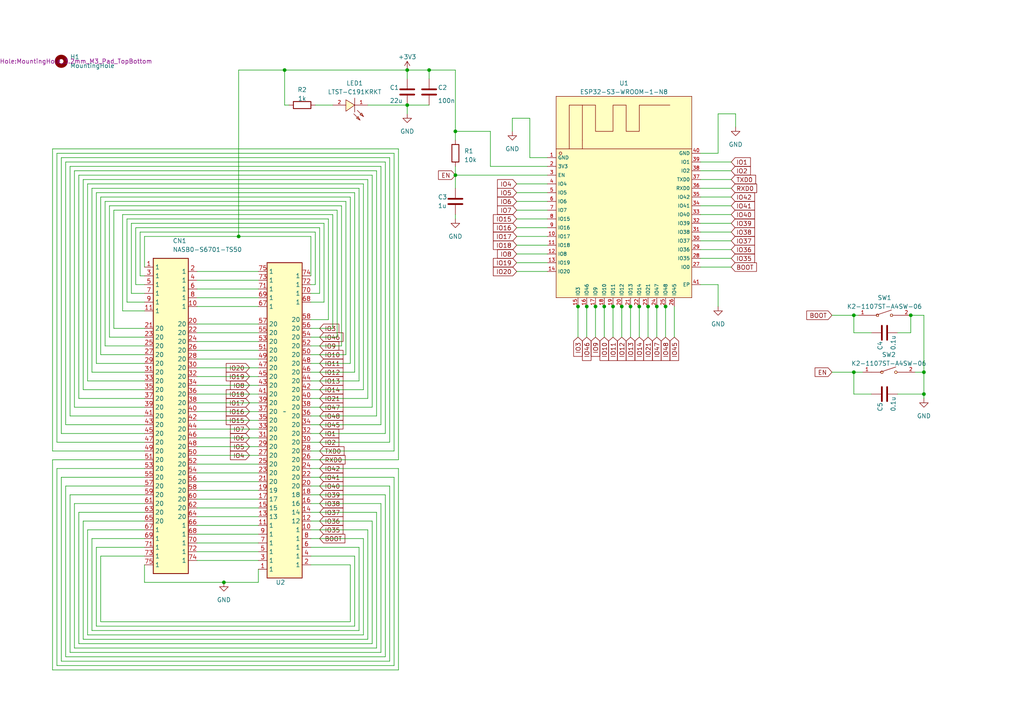
<source format=kicad_sch>
(kicad_sch (version 20230121) (generator eeschema)
  (paper "A4")
  (lib_symbols
    (symbol "Device:C" (pin_numbers hide) (pin_names (offset 0.254))
      (property "Reference" "C" (at 0.635 2.54 0))
      (property "Value" "C" (at 0.635 -2.54 0))
      (symbol "C_0_1"
        (polyline (pts (xy -2.032 -0.762) (xy 2.032 -0.762)) (stroke (width 0.508)))
        (polyline (pts (xy -2.032 0.762) (xy 2.032 0.762)) (stroke (width 0.508)))
      )
      (symbol "C_1_1"
        (pin passive line (at 0 3.81 270) (length 2.794) (name "~") (number "1"))
        (pin passive line (at 0 -3.81 90) (length 2.794) (name "~") (number "2"))
      )
    )
    (symbol "Device:R" (pin_numbers hide) (pin_names (offset 0))
      (property "Reference" "R" (at 2.032 0 90))
      (property "Value" "R" (at 0 0 90))
      (symbol "R_0_1"
        (rectangle (start -1.016 -2.54) (end 1.016 2.54) (stroke (width 0.254)))
      )
      (symbol "R_1_1"
        (pin passive line (at 0 3.81 270) (length 1.27) (name "~") (number "1"))
        (pin passive line (at 0 -3.81 90) (length 1.27) (name "~") (number "2"))
      )
    )
    (symbol "JLC:LTST-C191KRKT" (pin_names hide)
      (property "Reference" "LED" (at 0 1.27 0))
      (property "Value" "LTST-C191KRKT" (at 0 -2.54 0))
      (symbol "LTST-C191KRKT_0_1"
        (polyline (pts (xy -2.032 1.524) (xy -3.81 3.302)))
        (polyline (pts (xy -1.27 2.032) (xy -1.27 -2.032)))
        (polyline (pts (xy -1.016 2.54) (xy -2.794 4.318)))
        (polyline (pts (xy -3.81 3.302) (xy -2.794 2.794) (xy -3.302 2.286) (xy -3.81 3.302)) (fill (type background)))
        (polyline (pts (xy -2.794 4.318) (xy -1.778 3.81) (xy -2.286 3.302) (xy -2.794 4.318)) (fill (type background)))
        (polyline (pts (xy 1.27 -1.524) (xy -1.27 0) (xy 1.27 1.778) (xy 1.27 -1.524)) (fill (type background)))
        (pin unspecified line (at -5.08 0 0) (length 3.81) (name "-") (number "1"))
        (pin unspecified line (at 5.08 0 180) (length 3.81) (name "+") (number "2"))
      )
    )
    (symbol "JLC_parts:ESP32-S3-WROOM-1-N8"
      (property "Reference" "U" (at 0 1.27 0))
      (property "Value" "ESP32-S3-WROOM-1-N8" (at 0 -2.54 0))
      (symbol "ESP32-S3-WROOM-1-N8_0_1"
        (rectangle (start -20.32 30.4801) (end 19.05 -27.9401) (fill (type background)))
        (circle (center -19.05 13.97) (radius 0.381) (fill (type background)))
        (polyline (pts (xy -20.32 15.24) (xy 19.05 15.24)))
        (polyline (pts (xy -12.7 17.78) (xy -12.7 15.24)))
        (polyline (pts (xy -12.7 17.78) (xy -12.7 27.9401)))
        (polyline (pts (xy -16.51 15.24) (xy -16.51 27.9401) (xy -8.89 27.9401) (xy -8.89 20.32) (xy -3.81 20.32) (xy -3.81 27.9401) (xy 0 27.9401) (xy 0 20.32) (xy 3.81 20.32) (xy 3.81 27.9401) (xy 12.7 27.9401)))
        (pin unspecified line (at -22.86 12.7 0) (length 2.54) (name "GND") (number "1"))
        (pin unspecified line (at -22.86 -10.16 0) (length 2.54) (name "IO17") (number "10"))
        (pin unspecified line (at -22.86 -12.7 0) (length 2.54) (name "IO18") (number "11"))
        (pin unspecified line (at -22.86 -15.24 0) (length 2.54) (name "IO8") (number "12"))
        (pin unspecified line (at -22.86 -17.78 0) (length 2.54) (name "IO19") (number "13"))
        (pin unspecified line (at -22.86 -20.32 0) (length 2.54) (name "IO20") (number "14"))
        (pin unspecified line (at -13.97 -30.4801 90) (length 2.54) (name "IO3") (number "15"))
        (pin unspecified line (at -11.43 -30.4801 90) (length 2.54) (name "IO46") (number "16"))
        (pin unspecified line (at -8.89 -30.4801 90) (length 2.54) (name "IO9") (number "17"))
        (pin unspecified line (at -6.35 -30.4801 90) (length 2.54) (name "IO10") (number "18"))
        (pin unspecified line (at -3.81 -30.4801 90) (length 2.54) (name "IO11") (number "19"))
        (pin unspecified line (at -22.86 10.16 0) (length 2.54) (name "3V3") (number "2"))
        (pin unspecified line (at -1.27 -30.4801 90) (length 2.54) (name "IO12") (number "20"))
        (pin unspecified line (at 1.27 -30.4801 90) (length 2.54) (name "IO13") (number "21"))
        (pin unspecified line (at 3.81 -30.4801 90) (length 2.54) (name "IO14") (number "22"))
        (pin unspecified line (at 6.35 -30.4801 90) (length 2.54) (name "IO21") (number "23"))
        (pin unspecified line (at 8.89 -30.4801 90) (length 2.54) (name "IO47") (number "24"))
        (pin unspecified line (at 11.43 -30.4801 90) (length 2.54) (name "IO48") (number "25"))
        (pin unspecified line (at 13.97 -30.4801 90) (length 2.54) (name "IO45") (number "26"))
        (pin unspecified line (at 21.59 -19.05 180) (length 2.54) (name "IO0") (number "27"))
        (pin unspecified line (at 21.59 -16.51 180) (length 2.54) (name "IO35") (number "28"))
        (pin unspecified line (at 21.59 -13.97 180) (length 2.54) (name "IO36") (number "29"))
        (pin unspecified line (at -22.86 7.62 0) (length 2.54) (name "EN") (number "3"))
        (pin unspecified line (at 21.59 -11.43 180) (length 2.54) (name "IO37") (number "30"))
        (pin unspecified line (at 21.59 -8.89 180) (length 2.54) (name "IO38") (number "31"))
        (pin unspecified line (at 21.59 -6.35 180) (length 2.54) (name "IO39") (number "32"))
        (pin unspecified line (at 21.59 -3.81 180) (length 2.54) (name "IO40") (number "33"))
        (pin unspecified line (at 21.59 -1.27 180) (length 2.54) (name "IO41") (number "34"))
        (pin unspecified line (at 21.59 1.27 180) (length 2.54) (name "IO42") (number "35"))
        (pin unspecified line (at 21.59 3.81 180) (length 2.54) (name "RXD0") (number "36"))
        (pin unspecified line (at 21.59 6.35 180) (length 2.54) (name "TXD0") (number "37"))
        (pin unspecified line (at 21.59 8.89 180) (length 2.54) (name "IO2") (number "38"))
        (pin unspecified line (at 21.59 11.43 180) (length 2.54) (name "IO1") (number "39"))
        (pin unspecified line (at -22.86 5.08 0) (length 2.54) (name "IO4") (number "4"))
        (pin unspecified line (at 21.59 13.97 180) (length 2.54) (name "GND") (number "40"))
        (pin unspecified line (at 21.59 -24.13 180) (length 2.54) (name "EP") (number "41"))
        (pin unspecified line (at -22.86 2.54 0) (length 2.54) (name "IO5") (number "5"))
        (pin unspecified line (at -22.86 0 0) (length 2.54) (name "IO6") (number "6"))
        (pin unspecified line (at -22.86 -2.54 0) (length 2.54) (name "IO7") (number "7"))
        (pin unspecified line (at -22.86 -5.08 0) (length 2.54) (name "IO15") (number "8"))
        (pin unspecified line (at -22.86 -7.62 0) (length 2.54) (name "IO16") (number "9"))
      )
    )
    (symbol "JLC_parts:K2-1107ST-A4SW-06" (pin_names hide)
      (property "Reference" "SW" (at 0 1.27 0))
      (property "Value" "K2-1107ST-A4SW-06" (at 0 -2.54 0))
      (symbol "K2-1107ST-A4SW-06_0_1"
        (circle (center -2.032 0) (radius 0.381) (fill (type background)))
        (polyline (pts (xy -5.08 0) (xy -2.54 0)))
        (polyline (pts (xy 2.54 0) (xy 5.08 0)))
        (polyline (pts (xy -2.54 0) (xy 2.032 1.524) (xy 2.032 1.524)))
        (circle (center 2.032 0) (radius 0.381) (fill (type background)))
        (pin unspecified line (at -7.62 0 0) (length 2.54) (name "1") (number "1"))
        (pin unspecified line (at 7.62 0 180) (length 2.54) (name "2") (number "2"))
      )
    )
    (symbol "JLC_parts:NASB0-S6701-TS50"
      (property "Reference" "CN" (at 0 1.27 0))
      (property "Value" "NASB0-S6701-TS50" (at 0 -2.54 0))
      (symbol "NASB0-S6701-TS50_0_1"
        (rectangle (start -3.81 48.26) (end 6.35 -43.18) (stroke (width 0.254)) (fill (type background)))
      )
      (symbol "NASB0-S6701-TS50_1_1"
        (pin input line (at -6.35 45.72 0) (length 2.54) (name "1") (number "1"))
        (pin input line (at 8.89 34.29 180) (length 2.54) (name "1") (number "10"))
        (pin input line (at -6.35 33.02 0) (length 2.54) (name "1") (number "11"))
        (pin input line (at 8.89 44.45 180) (length 2.54) (name "1") (number "2"))
        (pin input line (at 8.89 29.21 180) (length 2.54) (name "20") (number "20"))
        (pin input line (at -6.35 27.94 0) (length 2.54) (name "20") (number "21"))
        (pin input line (at 8.89 26.67 180) (length 2.54) (name "20") (number "22"))
        (pin input line (at -6.35 25.4 0) (length 2.54) (name "20") (number "23"))
        (pin input line (at 8.89 24.13 180) (length 2.54) (name "20") (number "24"))
        (pin input line (at -6.35 22.86 0) (length 2.54) (name "20") (number "25"))
        (pin input line (at 8.89 21.59 180) (length 2.54) (name "20") (number "26"))
        (pin input line (at -6.35 20.32 0) (length 2.54) (name "20") (number "27"))
        (pin input line (at 8.89 19.05 180) (length 2.54) (name "20") (number "28"))
        (pin input line (at -6.35 17.78 0) (length 2.54) (name "20") (number "29"))
        (pin input line (at -6.35 43.18 0) (length 2.54) (name "1") (number "3"))
        (pin input line (at 8.89 16.51 180) (length 2.54) (name "20") (number "30"))
        (pin input line (at -6.35 15.24 0) (length 2.54) (name "20") (number "31"))
        (pin input line (at 8.89 13.97 180) (length 2.54) (name "20") (number "32"))
        (pin input line (at -6.35 12.7 0) (length 2.54) (name "20") (number "33"))
        (pin input line (at 8.89 11.43 180) (length 2.54) (name "20") (number "34"))
        (pin input line (at -6.35 10.16 0) (length 2.54) (name "20") (number "35"))
        (pin input line (at 8.89 8.89 180) (length 2.54) (name "20") (number "36"))
        (pin input line (at -6.35 7.62 0) (length 2.54) (name "20") (number "37"))
        (pin input line (at 8.89 6.35 180) (length 2.54) (name "20") (number "38"))
        (pin input line (at -6.35 5.08 0) (length 2.54) (name "20") (number "39"))
        (pin input line (at 8.89 41.91 180) (length 2.54) (name "1") (number "4"))
        (pin input line (at 8.89 3.81 180) (length 2.54) (name "20") (number "40"))
        (pin input line (at -6.35 2.54 0) (length 2.54) (name "20") (number "41"))
        (pin input line (at 8.89 1.27 180) (length 2.54) (name "20") (number "42"))
        (pin input line (at -6.35 0 0) (length 2.54) (name "20") (number "43"))
        (pin input line (at 8.89 -1.27 180) (length 2.54) (name "20") (number "44"))
        (pin input line (at -6.35 -2.54 0) (length 2.54) (name "20") (number "45"))
        (pin input line (at 8.89 -3.81 180) (length 2.54) (name "20") (number "46"))
        (pin input line (at -6.35 -5.08 0) (length 2.54) (name "20") (number "47"))
        (pin input line (at 8.89 -6.35 180) (length 2.54) (name "20") (number "48"))
        (pin input line (at -6.35 -7.62 0) (length 2.54) (name "20") (number "49"))
        (pin input line (at -6.35 40.64 0) (length 2.54) (name "1") (number "5"))
        (pin input line (at 8.89 -8.89 180) (length 2.54) (name "20") (number "50"))
        (pin input line (at -6.35 -10.16 0) (length 2.54) (name "20") (number "51"))
        (pin input line (at 8.89 -11.43 180) (length 2.54) (name "20") (number "52"))
        (pin input line (at -6.35 -12.7 0) (length 2.54) (name "20") (number "53"))
        (pin input line (at 8.89 -13.97 180) (length 2.54) (name "20") (number "54"))
        (pin input line (at -6.35 -15.24 0) (length 2.54) (name "20") (number "55"))
        (pin input line (at 8.89 -16.51 180) (length 2.54) (name "20") (number "56"))
        (pin input line (at -6.35 -17.78 0) (length 2.54) (name "20") (number "57"))
        (pin input line (at 8.89 -19.05 180) (length 2.54) (name "20") (number "58"))
        (pin input line (at -6.35 -20.32 0) (length 2.54) (name "20") (number "59"))
        (pin input line (at 8.89 39.37 180) (length 2.54) (name "1") (number "6"))
        (pin input line (at 8.89 -21.59 180) (length 2.54) (name "20") (number "60"))
        (pin input line (at -6.35 -22.86 0) (length 2.54) (name "20") (number "61"))
        (pin input line (at 8.89 -24.13 180) (length 2.54) (name "20") (number "62"))
        (pin input line (at -6.35 -25.4 0) (length 2.54) (name "20") (number "63"))
        (pin input line (at 8.89 -26.67 180) (length 2.54) (name "20") (number "64"))
        (pin input line (at -6.35 -27.94 0) (length 2.54) (name "20") (number "65"))
        (pin input line (at 8.89 -29.21 180) (length 2.54) (name "1") (number "66"))
        (pin input line (at -6.35 -30.48 0) (length 2.54) (name "1") (number "67"))
        (pin input line (at 8.89 -31.75 180) (length 2.54) (name "1") (number "68"))
        (pin input line (at -6.35 -33.02 0) (length 2.54) (name "1") (number "69"))
        (pin input line (at -6.35 38.1 0) (length 2.54) (name "1") (number "7"))
        (pin input line (at 8.89 -34.29 180) (length 2.54) (name "1") (number "70"))
        (pin input line (at -6.35 -35.56 0) (length 2.54) (name "1") (number "71"))
        (pin input line (at 8.89 -36.83 180) (length 2.54) (name "1") (number "72"))
        (pin input line (at -6.35 -38.1 0) (length 2.54) (name "1") (number "73"))
        (pin input line (at 8.89 -39.37 180) (length 2.54) (name "1") (number "74"))
        (pin input line (at -6.35 -40.64 0) (length 2.54) (name "1") (number "75"))
        (pin input line (at 8.89 36.83 180) (length 2.54) (name "1") (number "8"))
        (pin input line (at -6.35 35.56 0) (length 2.54) (name "1") (number "9"))
      )
    )
    (symbol "JLC_parts:m.2_M_edge_fingers"
      (property "Reference" "U" (at 0 -7.62 0))
      (symbol "m.2_M_edge_fingers_0_1"
        (rectangle (start -5.08 48.26) (end 5.08 -43.18) (stroke (width 0.254)) (fill (type background)))
      )
      (symbol "m.2_M_edge_fingers_1_1"
        (pin input line (at -7.62 45.72 0) (length 2.54) (name "1") (number "1"))
        (pin input line (at 7.62 34.29 180) (length 2.54) (name "1") (number "10"))
        (pin input line (at -7.62 33.02 0) (length 2.54) (name "1") (number "11"))
        (pin input line (at 7.62 31.75 180) (length 2.54) (name "12") (number "12"))
        (pin input line (at -7.62 30.48 0) (length 2.54) (name "13") (number "13"))
        (pin input line (at 7.62 29.21 180) (length 2.54) (name "14") (number "14"))
        (pin input line (at -7.62 27.94 0) (length 2.54) (name "15") (number "15"))
        (pin input line (at 7.62 26.67 180) (length 2.54) (name "16") (number "16"))
        (pin input line (at -7.62 25.4 0) (length 2.54) (name "17") (number "17"))
        (pin input line (at 7.62 24.13 180) (length 2.54) (name "18") (number "18"))
        (pin input line (at -7.62 22.86 0) (length 2.54) (name "19") (number "19"))
        (pin input line (at 7.62 44.45 180) (length 2.54) (name "1") (number "2"))
        (pin input line (at 7.62 21.59 180) (length 2.54) (name "20") (number "20"))
        (pin input line (at -7.62 20.32 0) (length 2.54) (name "20") (number "21"))
        (pin input line (at 7.62 19.05 180) (length 2.54) (name "20") (number "22"))
        (pin input line (at -7.62 17.78 0) (length 2.54) (name "20") (number "23"))
        (pin input line (at 7.62 16.51 180) (length 2.54) (name "20") (number "24"))
        (pin input line (at -7.62 15.24 0) (length 2.54) (name "20") (number "25"))
        (pin input line (at 7.62 13.97 180) (length 2.54) (name "20") (number "26"))
        (pin input line (at -7.62 12.7 0) (length 2.54) (name "20") (number "27"))
        (pin input line (at 7.62 11.43 180) (length 2.54) (name "20") (number "28"))
        (pin input line (at -7.62 10.16 0) (length 2.54) (name "20") (number "29"))
        (pin input line (at -7.62 43.18 0) (length 2.54) (name "1") (number "3"))
        (pin input line (at 7.62 8.89 180) (length 2.54) (name "20") (number "30"))
        (pin input line (at -7.62 7.62 0) (length 2.54) (name "20") (number "31"))
        (pin input line (at 7.62 6.35 180) (length 2.54) (name "20") (number "32"))
        (pin input line (at -7.62 5.08 0) (length 2.54) (name "20") (number "33"))
        (pin input line (at 7.62 3.81 180) (length 2.54) (name "20") (number "34"))
        (pin input line (at -7.62 2.54 0) (length 2.54) (name "20") (number "35"))
        (pin input line (at 7.62 1.27 180) (length 2.54) (name "20") (number "36"))
        (pin input line (at -7.62 0 0) (length 2.54) (name "20") (number "37"))
        (pin input line (at 7.62 -1.27 180) (length 2.54) (name "20") (number "38"))
        (pin input line (at -7.62 -2.54 0) (length 2.54) (name "20") (number "39"))
        (pin input line (at 7.62 41.91 180) (length 2.54) (name "1") (number "4"))
        (pin input line (at 7.62 -3.81 180) (length 2.54) (name "20") (number "40"))
        (pin input line (at -7.62 -5.08 0) (length 2.54) (name "20") (number "41"))
        (pin input line (at 7.62 -6.35 180) (length 2.54) (name "20") (number "42"))
        (pin input line (at -7.62 -7.62 0) (length 2.54) (name "20") (number "43"))
        (pin input line (at 7.62 -8.89 180) (length 2.54) (name "20") (number "44"))
        (pin input line (at -7.62 -10.16 0) (length 2.54) (name "20") (number "45"))
        (pin input line (at 7.62 -11.43 180) (length 2.54) (name "20") (number "46"))
        (pin input line (at -7.62 -12.7 0) (length 2.54) (name "20") (number "47"))
        (pin input line (at 7.62 -13.97 180) (length 2.54) (name "20") (number "48"))
        (pin input line (at -7.62 -15.24 0) (length 2.54) (name "20") (number "49"))
        (pin input line (at -7.62 40.64 0) (length 2.54) (name "1") (number "5"))
        (pin input line (at 7.62 -16.51 180) (length 2.54) (name "20") (number "50"))
        (pin input line (at -7.62 -17.78 0) (length 2.54) (name "20") (number "51"))
        (pin input line (at 7.62 -19.05 180) (length 2.54) (name "20") (number "52"))
        (pin input line (at -7.62 -20.32 0) (length 2.54) (name "20") (number "53"))
        (pin input line (at 7.62 -21.59 180) (length 2.54) (name "20") (number "54"))
        (pin input line (at -7.62 -22.86 0) (length 2.54) (name "20") (number "55"))
        (pin input line (at 7.62 -24.13 180) (length 2.54) (name "20") (number "56"))
        (pin input line (at -7.62 -25.4 0) (length 2.54) (name "20") (number "57"))
        (pin input line (at 7.62 -26.67 180) (length 2.54) (name "20") (number "58"))
        (pin input line (at 7.62 39.37 180) (length 2.54) (name "1") (number "6"))
        (pin input line (at -7.62 -30.48 0) (length 2.54) (name "1") (number "67"))
        (pin input line (at 7.62 -31.75 180) (length 2.54) (name "1") (number "68"))
        (pin input line (at -7.62 -33.02 0) (length 2.54) (name "1") (number "69"))
        (pin input line (at -7.62 38.1 0) (length 2.54) (name "1") (number "7"))
        (pin input line (at 7.62 -34.29 180) (length 2.54) (name "1") (number "70"))
        (pin input line (at -7.62 -35.56 0) (length 2.54) (name "1") (number "71"))
        (pin input line (at 7.62 -36.83 180) (length 2.54) (name "1") (number "72"))
        (pin input line (at -7.62 -38.1 0) (length 2.54) (name "1") (number "73"))
        (pin input line (at 7.62 -39.37 180) (length 2.54) (name "1") (number "74"))
        (pin input line (at -7.62 -40.64 0) (length 2.54) (name "1") (number "75"))
        (pin input line (at 7.62 36.83 180) (length 2.54) (name "1") (number "8"))
        (pin input line (at -7.62 35.56 0) (length 2.54) (name "1") (number "9"))
      )
    )
    (symbol "Mechanical:MountingHole" (pin_names (offset 1.016))
      (property "Reference" "H" (at 0 5.08 0))
      (property "Value" "MountingHole" (at 0 3.175 0))
      (symbol "MountingHole_0_1"
        (circle (center 0 0) (radius 1.27) (stroke (width 1.27)))
      )
    )
    (symbol "power:+3V3" (power) (pin_names (offset 0))
      (property "Value" "+3V3" (at 0 3.556 0))
      (symbol "+3V3_0_1"
        (polyline (pts (xy -0.762 1.27) (xy 0 2.54)))
        (polyline (pts (xy 0 0) (xy 0 2.54)))
        (polyline (pts (xy 0 2.54) (xy 0.762 1.27)))
      )
      (symbol "+3V3_1_1"
        (pin power_in line (at 0 0 90) (length 0) hide (name "+3V3") (number "1"))
      )
    )
    (symbol "power:GND" (power) (pin_names (offset 0))
      (property "Value" "GND" (at 0 -3.81 0))
      (symbol "GND_0_1"
        (polyline (pts (xy 0 0) (xy 0 -1.27) (xy 1.27 -1.27) (xy 0 -2.54) (xy -1.27 -1.27) (xy 0 -1.27)))
      )
      (symbol "GND_1_1"
        (pin power_in line (at 0 0 270) (length 0) hide (name "GND") (number "1"))
      )
    )
  )
  (junction (at 132.08 38.1))
  (junction (at 64.9376 168.91))
  (junction (at 82.55 20.32))
  (junction (at 247.65 91.44))
  (junction (at 118.11 20.32))
  (junction (at 267.97 114.3))
  (junction (at 193.04 88.9001))
  (junction (at 247.65 107.95))
  (junction (at 132.08 50.8))
  (junction (at 124.46 20.32))
  (junction (at 177.8 88.9001))
  (junction (at 264.16 91.44))
  (junction (at 267.97 107.95))
  (junction (at 175.26 88.9001))
  (junction (at 167.64 88.9001))
  (junction (at 170.18 88.9001))
  (junction (at 182.88 88.9001))
  (junction (at 69.215 68.58))
  (junction (at 190.5 88.9001))
  (junction (at 180.34 88.9001))
  (junction (at 187.96 88.9001))
  (junction (at 118.11 30.48))
  (junction (at 172.72 88.9001))
  (junction (at 185.42 88.9001))
  (wire (pts (xy 110.49 123.19) (xy 110.49 48.26)))
  (wire (pts (xy 105.41 53.34) (xy 25.4 53.34)))
  (wire (pts (xy 115.57 135.89) (xy 90.17 135.89)))
  (wire (pts (xy 41.91 105.41) (xy 27.94 105.41)))
  (wire (pts (xy 170.18 97.79) (xy 170.18 88.9001)))
  (wire (pts (xy 247.65 107.95) (xy 250.19 107.95)))
  (wire (pts (xy 83.82 30.48) (xy 82.55 30.48)))
  (wire (pts (xy 57.15 147.32) (xy 74.93 147.32)))
  (wire (pts (xy 114.3 130.81) (xy 90.17 130.81)))
  (wire (pts (xy 57.15 154.94) (xy 74.93 154.94)))
  (wire (pts (xy 107.95 151.13) (xy 107.95 186.69)))
  (wire (pts (xy 101.6 57.15) (xy 29.21 57.15)))
  (wire (pts (xy 105.41 113.03) (xy 105.41 53.34)))
  (wire (pts (xy 41.91 100.33) (xy 30.48 100.33)))
  (wire (pts (xy 118.11 30.48) (xy 124.46 30.48)))
  (wire (pts (xy 29.21 57.15) (xy 29.21 102.87)))
  (wire (pts (xy 41.91 77.47) (xy 41.91 68.58)))
  (wire (pts (xy 203.2 67.31) (xy 212.09 67.31)))
  (wire (pts (xy 20.32 48.26) (xy 20.32 120.65)))
  (wire (pts (xy 57.15 149.86) (xy 74.93 149.86)))
  (wire (pts (xy 170.18 88.9001) (xy 170.18 88.9)))
  (wire (pts (xy 41.91 118.11) (xy 21.59 118.11)))
  (wire (pts (xy 109.22 187.96) (xy 109.22 148.59)))
  (wire (pts (xy 41.91 146.05) (xy 21.59 146.05)))
  (wire (pts (xy 93.98 64.77) (xy 38.1 64.77)))
  (wire (pts (xy 106.68 115.57) (xy 106.68 52.07)))
  (wire (pts (xy 57.15 119.38) (xy 74.93 119.38)))
  (wire (pts (xy 203.2 82.55) (xy 208.28 82.55)))
  (wire (pts (xy 167.64 97.79) (xy 167.64 88.9001)))
  (wire (pts (xy 153.67 34.29) (xy 153.67 45.72)))
  (wire (pts (xy 118.11 30.48) (xy 118.11 33.02)))
  (wire (pts (xy 41.91 80.01) (xy 40.64 80.01)))
  (wire (pts (xy 195.58 97.79) (xy 195.58 88.9001)))
  (wire (pts (xy 177.8 97.79) (xy 177.8 88.9001)))
  (wire (pts (xy 102.87 107.95) (xy 90.17 107.95)))
  (wire (pts (xy 41.91 68.58) (xy 69.215 68.58)))
  (wire (pts (xy 57.15 134.62) (xy 74.93 134.62)))
  (wire (pts (xy 92.71 66.04) (xy 92.71 85.09)))
  (wire (pts (xy 24.13 185.42) (xy 106.68 185.42)))
  (wire (pts (xy 57.15 109.22) (xy 74.93 109.22)))
  (wire (pts (xy 57.15 137.16) (xy 74.93 137.16)))
  (wire (pts (xy 15.24 194.31) (xy 115.57 194.31)))
  (wire (pts (xy 57.15 111.76) (xy 74.93 111.76)))
  (wire (pts (xy 41.91 133.35) (xy 15.24 133.35)))
  (wire (pts (xy 115.57 133.35) (xy 115.57 43.18)))
  (wire (pts (xy 247.65 114.3) (xy 247.65 107.95)))
  (wire (pts (xy 110.49 189.23) (xy 20.32 189.23)))
  (wire (pts (xy 93.98 87.63) (xy 93.98 64.77)))
  (wire (pts (xy 15.24 43.18) (xy 15.24 130.81)))
  (wire (pts (xy 57.15 93.98) (xy 74.93 93.98)))
  (wire (pts (xy 90.17 143.51) (xy 111.76 143.51)))
  (wire (pts (xy 29.21 102.87) (xy 41.91 102.87)))
  (wire (pts (xy 17.78 138.43) (xy 17.78 191.77)))
  (wire (pts (xy 57.15 162.56) (xy 74.93 162.56)))
  (wire (pts (xy 107.95 50.8) (xy 22.86 50.8)))
  (wire (pts (xy 109.22 120.65) (xy 90.17 120.65)))
  (wire (pts (xy 187.96 97.79) (xy 187.96 88.9001)))
  (wire (pts (xy 90.17 95.25) (xy 96.52 95.25)))
  (wire (pts (xy 41.91 123.19) (xy 19.05 123.19)))
  (wire (pts (xy 90.17 100.33) (xy 99.06 100.33)))
  (wire (pts (xy 113.03 128.27) (xy 113.03 45.72)))
  (wire (pts (xy 41.91 161.29) (xy 29.21 161.29)))
  (wire (pts (xy 30.48 58.42) (xy 100.33 58.42)))
  (wire (pts (xy 57.15 116.84) (xy 74.93 116.84)))
  (wire (pts (xy 106.68 52.07) (xy 24.13 52.07)))
  (wire (pts (xy 247.65 91.44) (xy 247.65 96.52)))
  (wire (pts (xy 90.17 146.05) (xy 110.49 146.05)))
  (wire (pts (xy 69.215 68.58) (xy 90.17 68.58)))
  (wire (pts (xy 124.46 20.32) (xy 124.46 22.86)))
  (wire (pts (xy 180.34 97.79) (xy 180.34 88.9001)))
  (wire (pts (xy 41.91 156.21) (xy 26.67 156.21)))
  (wire (pts (xy 106.68 153.67) (xy 90.17 153.67)))
  (wire (pts (xy 208.28 82.55) (xy 208.28 88.9)))
  (wire (pts (xy 167.64 88.9001) (xy 167.64 88.9)))
  (wire (pts (xy 41.91 151.13) (xy 24.13 151.13)))
  (wire (pts (xy 113.03 45.72) (xy 17.78 45.72)))
  (wire (pts (xy 41.91 87.63) (xy 36.83 87.63)))
  (wire (pts (xy 149.86 63.5) (xy 158.75 63.5)))
  (wire (pts (xy 203.2 57.15) (xy 212.09 57.15)))
  (wire (pts (xy 19.05 190.5) (xy 19.05 140.97)))
  (wire (pts (xy 187.96 88.9001) (xy 187.96 88.9)))
  (wire (pts (xy 16.51 135.89) (xy 41.91 135.89)))
  (wire (pts (xy 22.86 115.57) (xy 41.91 115.57)))
  (wire (pts (xy 182.88 97.79) (xy 182.88 88.9001)))
  (wire (pts (xy 39.37 66.04) (xy 92.71 66.04)))
  (wire (pts (xy 149.86 76.2) (xy 158.75 76.2)))
  (wire (pts (xy 90.17 113.03) (xy 105.41 113.03)))
  (wire (pts (xy 57.15 81.28) (xy 74.93 81.28)))
  (wire (pts (xy 57.15 157.48) (xy 74.93 157.48)))
  (wire (pts (xy 118.11 20.32) (xy 124.46 20.32)))
  (wire (pts (xy 182.88 88.9001) (xy 182.88 88.9)))
  (wire (pts (xy 21.59 49.53) (xy 109.22 49.53)))
  (wire (pts (xy 124.46 20.32) (xy 132.08 20.32)))
  (wire (pts (xy 19.05 123.19) (xy 19.05 46.99)))
  (wire (pts (xy 26.67 54.61) (xy 104.14 54.61)))
  (wire (pts (xy 41.91 107.95) (xy 26.67 107.95)))
  (wire (pts (xy 41.91 82.55) (xy 39.37 82.55)))
  (wire (pts (xy 92.71 85.09) (xy 90.17 85.09)))
  (wire (pts (xy 203.2 52.07) (xy 212.09 52.07)))
  (wire (pts (xy 203.2 69.85) (xy 212.09 69.85)))
  (wire (pts (xy 91.44 82.55) (xy 90.17 82.55)))
  (wire (pts (xy 175.26 97.79) (xy 175.26 88.9001)))
  (wire (pts (xy 21.59 187.96) (xy 109.22 187.96)))
  (wire (pts (xy 24.13 113.03) (xy 41.91 113.03)))
  (wire (pts (xy 109.22 49.53) (xy 109.22 120.65)))
  (wire (pts (xy 64.9376 168.91) (xy 74.93 168.91)))
  (wire (pts (xy 115.57 194.31) (xy 115.57 135.89)))
  (wire (pts (xy 21.59 118.11) (xy 21.59 49.53)))
  (wire (pts (xy 41.91 168.91) (xy 64.9376 168.91)))
  (wire (pts (xy 111.76 190.5) (xy 19.05 190.5)))
  (wire (pts (xy 102.87 161.29) (xy 102.87 181.61)))
  (wire (pts (xy 149.86 78.74) (xy 158.75 78.74)))
  (wire (pts (xy 102.87 181.61) (xy 27.94 181.61)))
  (wire (pts (xy 96.52 62.23) (xy 35.56 62.23)))
  (wire (pts (xy 264.16 91.44) (xy 267.97 91.44)))
  (wire (pts (xy 22.86 50.8) (xy 22.86 115.57)))
  (wire (pts (xy 16.51 128.27) (xy 16.51 44.45)))
  (wire (pts (xy 57.15 104.14) (xy 74.93 104.14)))
  (wire (pts (xy 95.25 92.71) (xy 90.17 92.71)))
  (wire (pts (xy 27.94 55.88) (xy 102.87 55.88)))
  (wire (pts (xy 57.15 144.78) (xy 74.93 144.78)))
  (wire (pts (xy 203.2 49.53) (xy 212.09 49.53)))
  (wire (pts (xy 267.97 114.3) (xy 267.97 115.57)))
  (wire (pts (xy 57.15 124.46) (xy 74.93 124.46)))
  (wire (pts (xy 104.14 158.75) (xy 90.17 158.75)))
  (wire (pts (xy 193.04 97.79) (xy 193.04 88.9001)))
  (wire (pts (xy 25.4 153.67) (xy 41.91 153.67)))
  (wire (pts (xy 36.83 63.5) (xy 95.25 63.5)))
  (wire (pts (xy 101.6 105.41) (xy 101.6 57.15)))
  (wire (pts (xy 33.02 60.96) (xy 97.79 60.96)))
  (wire (pts (xy 180.34 88.9001) (xy 180.34 88.9)))
  (wire (pts (xy 29.21 180.34) (xy 101.6 180.34)))
  (wire (pts (xy 113.03 140.97) (xy 90.17 140.97)))
  (wire (pts (xy 27.94 158.75) (xy 41.91 158.75)))
  (wire (pts (xy 247.65 96.52) (xy 252.73 96.52)))
  (wire (pts (xy 57.15 152.4) (xy 74.93 152.4)))
  (wire (pts (xy 57.15 83.82) (xy 74.93 83.82)))
  (wire (pts (xy 107.95 186.69) (xy 22.86 186.69)))
  (wire (pts (xy 132.08 38.1) (xy 142.24 38.1)))
  (wire (pts (xy 15.24 130.81) (xy 41.91 130.81)))
  (wire (pts (xy 105.41 156.21) (xy 105.41 184.15)))
  (wire (pts (xy 185.42 97.79) (xy 185.42 88.9001)))
  (wire (pts (xy 31.75 97.79) (xy 41.91 97.79)))
  (wire (pts (xy 203.2 59.69) (xy 212.09 59.69)))
  (wire (pts (xy 21.59 146.05) (xy 21.59 187.96)))
  (wire (pts (xy 35.56 90.17) (xy 41.91 90.17)))
  (wire (pts (xy 241.3 91.44) (xy 247.65 91.44)))
  (wire (pts (xy 118.11 20.32) (xy 118.11 22.86)))
  (wire (pts (xy 148.59 34.29) (xy 148.59 38.1)))
  (wire (pts (xy 111.76 125.73) (xy 90.17 125.73)))
  (wire (pts (xy 153.67 34.29) (xy 148.59 34.29)))
  (wire (pts (xy 90.17 138.43) (xy 114.3 138.43)))
  (wire (pts (xy 114.3 193.04) (xy 16.51 193.04)))
  (wire (pts (xy 57.15 142.24) (xy 74.93 142.24)))
  (wire (pts (xy 91.44 30.48) (xy 96.52 30.48)))
  (wire (pts (xy 208.28 44.45) (xy 208.28 33.02)))
  (wire (pts (xy 203.2 46.99) (xy 212.09 46.99)))
  (wire (pts (xy 132.08 20.32) (xy 132.08 38.1)))
  (wire (pts (xy 38.1 85.09) (xy 41.91 85.09)))
  (wire (pts (xy 16.51 193.04) (xy 16.51 135.89)))
  (wire (pts (xy 106.68 30.48) (xy 118.11 30.48)))
  (wire (pts (xy 110.49 146.05) (xy 110.49 189.23)))
  (wire (pts (xy 203.2 72.39) (xy 212.09 72.39)))
  (wire (pts (xy 264.16 96.52) (xy 264.16 91.44)))
  (wire (pts (xy 33.02 95.25) (xy 33.02 60.96)))
  (wire (pts (xy 90.17 87.63) (xy 93.98 87.63)))
  (wire (pts (xy 111.76 143.51) (xy 111.76 190.5)))
  (wire (pts (xy 267.97 107.95) (xy 267.97 114.3)))
  (wire (pts (xy 20.32 143.51) (xy 41.91 143.51)))
  (wire (pts (xy 99.06 59.69) (xy 31.75 59.69)))
  (wire (pts (xy 57.15 132.08) (xy 74.93 132.08)))
  (wire (pts (xy 185.42 88.9001) (xy 185.42 88.9)))
  (wire (pts (xy 149.86 53.34) (xy 158.75 53.34)))
  (wire (pts (xy 102.87 55.88) (xy 102.87 107.95)))
  (wire (pts (xy 241.3 107.95) (xy 247.65 107.95)))
  (wire (pts (xy 57.15 127) (xy 74.93 127)))
  (wire (pts (xy 109.22 148.59) (xy 90.17 148.59)))
  (wire (pts (xy 132.08 50.8) (xy 132.08 54.61)))
  (wire (pts (xy 111.76 46.99) (xy 111.76 125.73)))
  (wire (pts (xy 97.79 60.96) (xy 97.79 97.79)))
  (wire (pts (xy 31.75 59.69) (xy 31.75 97.79)))
  (wire (pts (xy 158.75 50.8) (xy 132.08 50.8)))
  (wire (pts (xy 132.08 63.5) (xy 132.08 62.23)))
  (wire (pts (xy 15.24 133.35) (xy 15.24 194.31)))
  (wire (pts (xy 114.3 44.45) (xy 114.3 130.81)))
  (wire (pts (xy 203.2 62.23) (xy 212.09 62.23)))
  (wire (pts (xy 16.51 44.45) (xy 114.3 44.45)))
  (wire (pts (xy 149.86 73.66) (xy 158.75 73.66)))
  (wire (pts (xy 57.15 139.7) (xy 74.93 139.7)))
  (wire (pts (xy 25.4 184.15) (xy 25.4 153.67)))
  (wire (pts (xy 57.15 129.54) (xy 74.93 129.54)))
  (wire (pts (xy 142.24 48.26) (xy 142.24 38.1)))
  (wire (pts (xy 69.215 20.32) (xy 69.215 68.58)))
  (wire (pts (xy 19.05 140.97) (xy 41.91 140.97)))
  (wire (pts (xy 149.86 68.58) (xy 158.75 68.58)))
  (wire (pts (xy 203.2 54.61) (xy 212.09 54.61)))
  (wire (pts (xy 29.21 161.29) (xy 29.21 180.34)))
  (wire (pts (xy 260.35 114.3) (xy 267.97 114.3)))
  (wire (pts (xy 100.33 58.42) (xy 100.33 102.87)))
  (wire (pts (xy 24.13 151.13) (xy 24.13 185.42)))
  (wire (pts (xy 104.14 54.61) (xy 104.14 110.49)))
  (wire (pts (xy 149.86 55.88) (xy 158.75 55.88)))
  (wire (pts (xy 17.78 45.72) (xy 17.78 125.73)))
  (wire (pts (xy 25.4 110.49) (xy 41.91 110.49)))
  (wire (pts (xy 104.14 182.88) (xy 104.14 158.75)))
  (wire (pts (xy 175.26 88.9001) (xy 175.26 88.9)))
  (wire (pts (xy 203.2 74.93) (xy 212.09 74.93)))
  (wire (pts (xy 149.86 60.96) (xy 158.75 60.96)))
  (wire (pts (xy 110.49 48.26) (xy 20.32 48.26)))
  (wire (pts (xy 101.6 163.83) (xy 90.17 163.83)))
  (wire (pts (xy 57.15 160.02) (xy 74.93 160.02)))
  (wire (pts (xy 267.97 107.95) (xy 265.43 107.95)))
  (wire (pts (xy 82.55 30.48) (xy 82.55 20.32)))
  (wire (pts (xy 190.5 88.9001) (xy 190.5 88.9)))
  (wire (pts (xy 82.55 20.32) (xy 69.215 20.32)))
  (wire (pts (xy 172.72 97.79) (xy 172.72 88.9001)))
  (wire (pts (xy 267.97 91.44) (xy 267.97 107.95)))
  (wire (pts (xy 27.94 105.41) (xy 27.94 55.88)))
  (wire (pts (xy 27.94 181.61) (xy 27.94 158.75)))
  (wire (pts (xy 107.95 118.11) (xy 107.95 50.8)))
  (wire (pts (xy 99.06 100.33) (xy 99.06 59.69)))
  (wire (pts (xy 90.17 156.21) (xy 105.41 156.21)))
  (wire (pts (xy 97.79 97.79) (xy 90.17 97.79)))
  (wire (pts (xy 177.8 88.9001) (xy 177.8 88.9)))
  (wire (pts (xy 41.91 128.27) (xy 16.51 128.27)))
  (wire (pts (xy 57.15 99.06) (xy 74.93 99.06)))
  (wire (pts (xy 90.17 118.11) (xy 107.95 118.11)))
  (wire (pts (xy 101.6 180.34) (xy 101.6 163.83)))
  (wire (pts (xy 38.1 64.77) (xy 38.1 85.09)))
  (wire (pts (xy 40.64 67.31) (xy 91.44 67.31)))
  (wire (pts (xy 105.41 184.15) (xy 25.4 184.15)))
  (wire (pts (xy 260.35 96.52) (xy 264.16 96.52)))
  (wire (pts (xy 24.13 52.07) (xy 24.13 113.03)))
  (wire (pts (xy 57.15 121.92) (xy 74.93 121.92)))
  (wire (pts (xy 132.08 38.1) (xy 132.08 40.64)))
  (wire (pts (xy 106.68 185.42) (xy 106.68 153.67)))
  (wire (pts (xy 95.25 63.5) (xy 95.25 92.71)))
  (wire (pts (xy 90.17 123.19) (xy 110.49 123.19)))
  (wire (pts (xy 90.17 110.49) (xy 104.14 110.49)))
  (wire (pts (xy 25.4 53.34) (xy 25.4 110.49)))
  (wire (pts (xy 91.44 67.31) (xy 91.44 82.55)))
  (wire (pts (xy 36.83 87.63) (xy 36.83 63.5)))
  (wire (pts (xy 190.5 97.79) (xy 190.5 88.9001)))
  (wire (pts (xy 100.33 102.87) (xy 90.17 102.87)))
  (wire (pts (xy 90.17 133.35) (xy 115.57 133.35)))
  (wire (pts (xy 208.28 33.02) (xy 213.36 33.02)))
  (wire (pts (xy 115.57 43.18) (xy 15.24 43.18)))
  (wire (pts (xy 22.86 148.59) (xy 41.91 148.59)))
  (wire (pts (xy 41.91 138.43) (xy 17.78 138.43)))
  (wire (pts (xy 57.15 96.52) (xy 74.93 96.52)))
  (wire (pts (xy 172.72 88.9001) (xy 172.72 88.9)))
  (wire (pts (xy 57.15 86.36) (xy 74.93 86.36)))
  (wire (pts (xy 213.36 33.02) (xy 213.36 36.83)))
  (wire (pts (xy 82.55 20.32) (xy 118.11 20.32)))
  (wire (pts (xy 57.15 88.9) (xy 74.93 88.9)))
  (wire (pts (xy 90.17 128.27) (xy 113.03 128.27)))
  (wire (pts (xy 57.15 106.68) (xy 74.93 106.68)))
  (wire (pts (xy 26.67 156.21) (xy 26.67 182.88)))
  (wire (pts (xy 20.32 120.65) (xy 41.91 120.65)))
  (wire (pts (xy 149.86 58.42) (xy 158.75 58.42)))
  (wire (pts (xy 203.2 77.47) (xy 212.09 77.47)))
  (wire (pts (xy 193.04 88.9001) (xy 193.04 88.9)))
  (wire (pts (xy 19.05 46.99) (xy 111.76 46.99)))
  (wire (pts (xy 113.03 191.77) (xy 113.03 140.97)))
  (wire (pts (xy 90.17 115.57) (xy 106.68 115.57)))
  (wire (pts (xy 22.86 186.69) (xy 22.86 148.59)))
  (wire (pts (xy 40.64 80.01) (xy 40.64 67.31)))
  (wire (pts (xy 17.78 125.73) (xy 41.91 125.73)))
  (wire (pts (xy 252.73 114.3) (xy 247.65 114.3)))
  (wire (pts (xy 96.52 95.25) (xy 96.52 62.23)))
  (wire (pts (xy 90.17 151.13) (xy 107.95 151.13)))
  (wire (pts (xy 41.91 95.25) (xy 33.02 95.25)))
  (wire (pts (xy 149.86 66.04) (xy 158.75 66.04)))
  (wire (pts (xy 35.56 62.23) (xy 35.56 90.17)))
  (wire (pts (xy 17.78 191.77) (xy 113.03 191.77)))
  (wire (pts (xy 20.32 189.23) (xy 20.32 143.51)))
  (wire (pts (xy 39.37 82.55) (xy 39.37 66.04)))
  (wire (pts (xy 203.2 44.45) (xy 208.28 44.45)))
  (wire (pts (xy 90.17 68.58) (xy 90.17 80.01)))
  (wire (pts (xy 74.93 168.91) (xy 74.93 165.1)))
  (wire (pts (xy 90.17 161.29) (xy 102.87 161.29)))
  (wire (pts (xy 149.86 71.12) (xy 158.75 71.12)))
  (wire (pts (xy 90.17 105.41) (xy 101.6 105.41)))
  (wire (pts (xy 247.65 91.44) (xy 248.92 91.44)))
  (wire (pts (xy 57.15 114.3) (xy 74.93 114.3)))
  (wire (pts (xy 114.3 138.43) (xy 114.3 193.04)))
  (wire (pts (xy 26.67 182.88) (xy 104.14 182.88)))
  (wire (pts (xy 26.67 107.95) (xy 26.67 54.61)))
  (wire (pts (xy 158.75 45.72) (xy 153.67 45.72)))
  (wire (pts (xy 57.15 101.6) (xy 74.93 101.6)))
  (wire (pts (xy 30.48 100.33) (xy 30.48 58.42)))
  (wire (pts (xy 203.2 64.77) (xy 212.09 64.77)))
  (wire (pts (xy 57.15 78.74) (xy 74.93 78.74)))
  (wire (pts (xy 132.08 48.26) (xy 132.08 50.8)))
  (wire (pts (xy 41.91 163.83) (xy 41.91 168.91)))
  (wire (pts (xy 158.75 48.26) (xy 142.24 48.26)))
  (global_label "IO14" (shape input) (at 92.71 113.03 0) (property "Intersheetrefs" "${INTERSHEET_REFS}" (effects hide)))
  (global_label "IO37" (shape input) (at 92.71 148.59 0) (property "Intersheetrefs" "${INTERSHEET_REFS}" (effects hide)))
  (global_label "IO40" (shape input) (at 212.09 62.23 0) (property "Intersheetrefs" "${INTERSHEET_REFS}" (effects hide)))
  (global_label "IO48" (shape input) (at 193.04 97.79 270) (property "Intersheetrefs" "${INTERSHEET_REFS}" (effects hide)))
  (global_label "RXD0" (shape input) (at 212.09 54.61 0) (property "Intersheetrefs" "${INTERSHEET_REFS}" (effects hide)))
  (global_label "IO1" (shape input) (at 212.09 46.99 0) (property "Intersheetrefs" "${INTERSHEET_REFS}" (effects hide)))
  (global_label "IO7" (shape input) (at 72.39 124.46 180) (property "Intersheetrefs" "${INTERSHEET_REFS}" (effects hide)))
  (global_label "IO5" (shape input) (at 72.39 129.54 180) (property "Intersheetrefs" "${INTERSHEET_REFS}" (effects hide)))
  (global_label "IO41" (shape input) (at 92.71 138.43 0) (property "Intersheetrefs" "${INTERSHEET_REFS}" (effects hide)))
  (global_label "IO11" (shape input) (at 177.8 97.79 270) (property "Intersheetrefs" "${INTERSHEET_REFS}" (effects hide)))
  (global_label "IO3" (shape input) (at 167.64 97.79 270) (property "Intersheetrefs" "${INTERSHEET_REFS}" (effects hide)))
  (global_label "IO11" (shape input) (at 92.71 105.41 0) (property "Intersheetrefs" "${INTERSHEET_REFS}" (effects hide)))
  (global_label "IO9" (shape input) (at 92.71 100.33 0) (property "Intersheetrefs" "${INTERSHEET_REFS}" (effects hide)))
  (global_label "IO37" (shape input) (at 212.09 69.85 0) (property "Intersheetrefs" "${INTERSHEET_REFS}" (effects hide)))
  (global_label "IO20" (shape input) (at 72.39 106.68 180) (property "Intersheetrefs" "${INTERSHEET_REFS}" (effects hide)))
  (global_label "IO1" (shape input) (at 92.71 125.73 0) (property "Intersheetrefs" "${INTERSHEET_REFS}" (effects hide)))
  (global_label "IO16" (shape input) (at 72.39 119.38 180) (property "Intersheetrefs" "${INTERSHEET_REFS}" (effects hide)))
  (global_label "IO8" (shape input) (at 72.39 111.76 180) (property "Intersheetrefs" "${INTERSHEET_REFS}" (effects hide)))
  (global_label "IO40" (shape input) (at 92.71 140.97 0) (property "Intersheetrefs" "${INTERSHEET_REFS}" (effects hide)))
  (global_label "IO10" (shape input) (at 175.26 97.79 270) (property "Intersheetrefs" "${INTERSHEET_REFS}" (effects hide)))
  (global_label "BOOT" (shape input) (at 241.3 91.44 180) (property "Intersheetrefs" "${INTERSHEET_REFS}" (effects hide)))
  (global_label "IO2" (shape input) (at 212.09 49.53 0) (property "Intersheetrefs" "${INTERSHEET_REFS}" (effects hide)))
  (global_label "IO13" (shape input) (at 182.88 97.79 270) (property "Intersheetrefs" "${INTERSHEET_REFS}" (effects hide)))
  (global_label "IO45" (shape input) (at 92.71 123.19 0) (property "Intersheetrefs" "${INTERSHEET_REFS}" (effects hide)))
  (global_label "TXD0" (shape input) (at 212.09 52.07 0) (property "Intersheetrefs" "${INTERSHEET_REFS}" (effects hide)))
  (global_label "IO47" (shape input) (at 190.5 97.79 270) (property "Intersheetrefs" "${INTERSHEET_REFS}" (effects hide)))
  (global_label "IO5" (shape input) (at 149.86 55.88 180) (property "Intersheetrefs" "${INTERSHEET_REFS}" (effects hide)))
  (global_label "IO13" (shape input) (at 92.71 110.49 0) (property "Intersheetrefs" "${INTERSHEET_REFS}" (effects hide)))
  (global_label "BOOT" (shape input) (at 92.71 156.21 0) (property "Intersheetrefs" "${INTERSHEET_REFS}" (effects hide)))
  (global_label "IO6" (shape input) (at 149.86 58.42 180) (property "Intersheetrefs" "${INTERSHEET_REFS}" (effects hide)))
  (global_label "IO21" (shape input) (at 92.71 115.57 0) (property "Intersheetrefs" "${INTERSHEET_REFS}" (effects hide)))
  (global_label "IO45" (shape input) (at 195.58 97.79 270) (property "Intersheetrefs" "${INTERSHEET_REFS}" (effects hide)))
  (global_label "IO15" (shape input) (at 72.39 121.92 180) (property "Intersheetrefs" "${INTERSHEET_REFS}" (effects hide)))
  (global_label "IO46" (shape input) (at 92.71 97.79 0) (property "Intersheetrefs" "${INTERSHEET_REFS}" (effects hide)))
  (global_label "IO17" (shape input) (at 149.86 68.58 180) (property "Intersheetrefs" "${INTERSHEET_REFS}" (effects hide)))
  (global_label "IO38" (shape input) (at 212.09 67.31 0) (property "Intersheetrefs" "${INTERSHEET_REFS}" (effects hide)))
  (global_label "IO39" (shape input) (at 212.09 64.77 0) (property "Intersheetrefs" "${INTERSHEET_REFS}" (effects hide)))
  (global_label "IO17" (shape input) (at 72.39 116.84 180) (property "Intersheetrefs" "${INTERSHEET_REFS}" (effects hide)))
  (global_label "IO9" (shape input) (at 172.72 97.79 270) (property "Intersheetrefs" "${INTERSHEET_REFS}" (effects hide)))
  (global_label "IO18" (shape input) (at 72.39 114.3 180) (property "Intersheetrefs" "${INTERSHEET_REFS}" (effects hide)))
  (global_label "IO16" (shape input) (at 149.86 66.04 180) (property "Intersheetrefs" "${INTERSHEET_REFS}" (effects hide)))
  (global_label "IO46" (shape input) (at 170.18 97.79 270) (property "Intersheetrefs" "${INTERSHEET_REFS}" (effects hide)))
  (global_label "EN" (shape input) (at 132.08 50.8 180) (property "Intersheetrefs" "${INTERSHEET_REFS}" (effects hide)))
  (global_label "IO35" (shape input) (at 92.71 153.67 0) (property "Intersheetrefs" "${INTERSHEET_REFS}" (effects hide)))
  (global_label "IO35" (shape input) (at 212.09 74.93 0) (property "Intersheetrefs" "${INTERSHEET_REFS}" (effects hide)))
  (global_label "IO6" (shape input) (at 72.39 127 180) (property "Intersheetrefs" "${INTERSHEET_REFS}" (effects hide)))
  (global_label "IO19" (shape input) (at 149.86 76.2 180) (property "Intersheetrefs" "${INTERSHEET_REFS}" (effects hide)))
  (global_label "IO2" (shape input) (at 92.71 128.27 0) (property "Intersheetrefs" "${INTERSHEET_REFS}" (effects hide)))
  (global_label "IO38" (shape input) (at 92.71 146.05 0) (property "Intersheetrefs" "${INTERSHEET_REFS}" (effects hide)))
  (global_label "IO10" (shape input) (at 92.71 102.87 0) (property "Intersheetrefs" "${INTERSHEET_REFS}" (effects hide)))
  (global_label "IO14" (shape input) (at 185.42 97.79 270) (property "Intersheetrefs" "${INTERSHEET_REFS}" (effects hide)))
  (global_label "IO39" (shape input) (at 92.71 143.51 0) (property "Intersheetrefs" "${INTERSHEET_REFS}" (effects hide)))
  (global_label "IO36" (shape input) (at 92.71 151.13 0) (property "Intersheetrefs" "${INTERSHEET_REFS}" (effects hide)))
  (global_label "IO8" (shape input) (at 149.86 73.66 180) (property "Intersheetrefs" "${INTERSHEET_REFS}" (effects hide)))
  (global_label "IO41" (shape input) (at 212.09 59.69 0) (property "Intersheetrefs" "${INTERSHEET_REFS}" (effects hide)))
  (global_label "IO19" (shape input) (at 72.39 109.22 180) (property "Intersheetrefs" "${INTERSHEET_REFS}" (effects hide)))
  (global_label "IO42" (shape input) (at 92.71 135.89 0) (property "Intersheetrefs" "${INTERSHEET_REFS}" (effects hide)))
  (global_label "IO20" (shape input) (at 149.86 78.74 180) (property "Intersheetrefs" "${INTERSHEET_REFS}" (effects hide)))
  (global_label "TXD0" (shape input) (at 92.71 130.81 0) (property "Intersheetrefs" "${INTERSHEET_REFS}" (effects hide)))
  (global_label "IO21" (shape input) (at 187.96 97.79 270) (property "Intersheetrefs" "${INTERSHEET_REFS}" (effects hide)))
  (global_label "IO48" (shape input) (at 92.71 120.65 0) (property "Intersheetrefs" "${INTERSHEET_REFS}" (effects hide)))
  (global_label "IO12" (shape input) (at 92.71 107.95 0) (property "Intersheetrefs" "${INTERSHEET_REFS}" (effects hide)))
  (global_label "IO47" (shape input) (at 92.71 118.11 0) (property "Intersheetrefs" "${INTERSHEET_REFS}" (effects hide)))
  (global_label "IO7" (shape input) (at 149.86 60.96 180) (property "Intersheetrefs" "${INTERSHEET_REFS}" (effects hide)))
  (global_label "IO4" (shape input) (at 72.39 132.08 180) (property "Intersheetrefs" "${INTERSHEET_REFS}" (effects hide)))
  (global_label "RXD0" (shape input) (at 92.71 133.35 0) (property "Intersheetrefs" "${INTERSHEET_REFS}" (effects hide)))
  (global_label "IO36" (shape input) (at 212.09 72.39 0) (property "Intersheetrefs" "${INTERSHEET_REFS}" (effects hide)))
  (global_label "EN" (shape input) (at 241.3 107.95 180) (property "Intersheetrefs" "${INTERSHEET_REFS}" (effects hide)))
  (global_label "IO4" (shape input) (at 149.86 53.34 180) (property "Intersheetrefs" "${INTERSHEET_REFS}" (effects hide)))
  (global_label "IO15" (shape input) (at 149.86 63.5 180) (property "Intersheetrefs" "${INTERSHEET_REFS}" (effects hide)))
  (global_label "IO18" (shape input) (at 149.86 71.12 180) (property "Intersheetrefs" "${INTERSHEET_REFS}" (effects hide)))
  (global_label "IO3" (shape input) (at 92.71 95.25 0) (property "Intersheetrefs" "${INTERSHEET_REFS}" (effects hide)))
  (global_label "BOOT" (shape input) (at 212.09 77.47 0) (property "Intersheetrefs" "${INTERSHEET_REFS}" (effects hide)))
  (global_label "IO12" (shape input) (at 180.34 97.79 270) (property "Intersheetrefs" "${INTERSHEET_REFS}" (effects hide)))
  (global_label "IO42" (shape input) (at 212.09 57.15 0) (property "Intersheetrefs" "${INTERSHEET_REFS}" (effects hide)))
  (symbol (lib_id "JLC_parts:K2-1107ST-A4SW-06") (at 257.81 107.95 0) (unit 1)
    (property "Reference" "SW2" (at 257.81 102.87 0))
    (property "Value" "K2-1107ST-A4SW-06" (at 257.81 105.41 0))
    (property "Footprint" "footprint:KEY-SMD_L6.2-W3.6-LS8.0" (effects hide))
    (property "Datasheet" "https://item.szlcsc.com/269349.html" (effects hide))
    (property "LCSC" "C118141" (effects hide))
  )
  (symbol (lib_id "JLC_parts:m.2_M_edge_fingers") (at 82.55 119.38 0) (mirror x) (unit 1)
    (property "Reference" "U2" (at 81.3435 168.91 0))
    (property "Value" "~" (at 82.55 119.38 0))
    (property "Footprint" "NGFF:NGFF_M" (effects hide))
  )
  (symbol (lib_id "Device:C") (at 132.08 58.42 0) (unit 1)
    (property "Reference" "C3" (at 127 57.15 0) (effects (justify left)))
    (property "Value" "1u" (at 127 59.69 0) (effects (justify left)))
    (property "Footprint" "Capacitor_SMD:C_0603_1608Metric" (effects hide))
  )
  (symbol (lib_id "JLC_parts:ESP32-S3-WROOM-1-N8") (at 181.61 58.42 0) (unit 1)
    (property "Reference" "U1" (at 180.975 24.13 0))
    (property "Value" "ESP32-S3-WROOM-1-N8" (at 180.975 26.67 0))
    (property "Footprint" "footprint:WIFIM-SMD_ESP32-S3-WROOM-1-N8" (effects hide))
    (property "Datasheet" "https://media.digikey.com/pdf/Data%20Sheets/Espressif%20PDFs/ESP32-S3-WROOM-1_1U_v0.5.1_Preliminary.pdf" (effects hide))
    (property "LCSC" "C2913198" (effects hide))
  )
  (symbol (lib_id "Device:C") (at 256.54 96.52 90) (unit 1)
    (property "Reference" "C4" (at 255.27 101.6 0) (effects (justify left)))
    (property "Value" "0.1u" (at 259.08 101.6 0) (effects (justify left)))
    (property "Footprint" "Capacitor_SMD:C_0603_1608Metric" (effects hide))
  )
  (symbol (lib_id "power:GND") (at 208.28 88.9 0) (unit 1)
    (property "Reference" "#PWR07" (effects hide))
    (property "Value" "GND" (at 208.28 93.98 0))
  )
  (symbol (lib_id "Device:C") (at 256.54 114.3 90) (unit 1)
    (property "Reference" "C5" (at 255.27 119.38 0) (effects (justify left)))
    (property "Value" "0.1u" (at 259.08 119.38 0) (effects (justify left)))
    (property "Footprint" "Capacitor_SMD:C_0603_1608Metric" (effects hide))
  )
  (symbol (lib_id "Device:C") (at 118.11 26.67 0) (unit 1)
    (property "Reference" "C1" (at 113.03 25.4 0) (effects (justify left)))
    (property "Value" "22u" (at 113.03 29.21 0) (effects (justify left)))
    (property "Footprint" "Capacitor_SMD:C_0603_1608Metric" (effects hide))
  )
  (symbol (lib_id "power:GND") (at 267.97 115.57 0) (unit 1)
    (property "Reference" "#PWR06" (effects hide))
    (property "Value" "GND" (at 267.97 120.65 0))
  )
  (symbol (lib_id "power:GND") (at 64.9376 168.91 0) (unit 1)
    (property "Reference" "#PWR08" (effects hide))
    (property "Value" "GND" (at 64.9376 173.99 0))
  )
  (symbol (lib_id "Mechanical:MountingHole") (at 17.78 17.78 0) (unit 1)
    (property "Reference" "H1" (at 20.32 16.51 0) (effects (justify left)))
    (property "Value" "MountingHole" (at 20.32 19.05 0) (effects (justify left)))
    (property "Footprint" "MountingHole:MountingHole_3.2mm_M3_Pad_TopBottom" (at 17.78 17.78 0))
  )
  (symbol (lib_id "Device:R") (at 87.63 30.48 90) (unit 1)
    (property "Reference" "R2" (at 87.63 26.035 90))
    (property "Value" "1k" (at 87.63 28.575 90))
    (property "Footprint" "Resistor_SMD:R_0603_1608Metric" (effects hide))
  )
  (symbol (lib_id "JLC_parts:NASB0-S6701-TS50") (at 48.26 123.19 0) (unit 1)
    (property "Reference" "CN1" (at 50.0809 69.85 0) (effects (justify left)))
    (property "Value" "NASB0-S6701-TS50" (at 50.0809 72.39 0) (effects (justify left)))
    (property "Footprint" "footprint:CONN-SMD_67P-P0.50-V_NASB0-S6701-TS50" (effects hide))
    (property "Datasheet" "https://item.szlcsc.com/340992.html" (effects hide))
    (property "LCSC" "C367024" (effects hide))
  )
  (symbol (lib_id "power:GND") (at 118.11 33.02 0) (unit 1)
    (property "Reference" "#PWR03" (effects hide))
    (property "Value" "GND" (at 118.11 38.1 0))
  )
  (symbol (lib_id "power:GND") (at 132.08 63.5 0) (unit 1)
    (property "Reference" "#PWR05" (effects hide))
    (property "Value" "GND" (at 132.08 68.58 0))
  )
  (symbol (lib_id "power:GND") (at 148.59 38.1 0) (unit 1)
    (property "Reference" "#PWR01" (effects hide))
    (property "Value" "GND" (at 148.59 43.18 0))
  )
  (symbol (lib_id "JLC:LTST-C191KRKT") (at 101.6 30.48 180) (unit 1)
    (property "Reference" "LED1" (at 102.87 24.13 0))
    (property "Value" "LTST-C191KRKT" (at 102.87 26.67 0))
    (property "Footprint" "footprints:LED0603-RD" (effects hide))
    (property "Datasheet" "https://item.szlcsc.com/347874.html" (effects hide))
    (property "LCSC" "C125099" (effects hide))
  )
  (symbol (lib_id "Device:C") (at 124.46 26.67 0) (unit 1)
    (property "Reference" "C2" (at 127 25.4 0) (effects (justify left)))
    (property "Value" "100n" (at 127 29.21 0) (effects (justify left)))
    (property "Footprint" "Capacitor_SMD:C_0603_1608Metric" (effects hide))
  )
  (symbol (lib_id "JLC_parts:K2-1107ST-A4SW-06") (at 256.54 91.44 0) (unit 1)
    (property "Reference" "SW1" (at 256.54 86.36 0))
    (property "Value" "K2-1107ST-A4SW-06" (at 256.54 88.9 0))
    (property "Footprint" "footprint:KEY-SMD_L6.2-W3.6-LS8.0" (effects hide))
    (property "Datasheet" "https://item.szlcsc.com/269349.html" (effects hide))
    (property "LCSC" "C118141" (effects hide))
  )
  (symbol (lib_id "Device:R") (at 132.08 44.45 0) (unit 1)
    (property "Reference" "R1" (at 134.62 43.815 0) (effects (justify left)))
    (property "Value" "10k" (at 134.62 46.355 0) (effects (justify left)))
    (property "Footprint" "Resistor_SMD:R_0603_1608Metric" (effects hide))
  )
  (symbol (lib_id "power:+3V3") (at 118.11 20.32 0) (unit 1)
    (property "Reference" "#PWR04" (effects hide))
    (property "Value" "+3V3" (at 118.11 16.51 0))
  )
  (symbol (lib_id "power:GND") (at 213.36 36.83 0) (unit 1)
    (property "Reference" "#PWR02" (effects hide))
    (property "Value" "GND" (at 213.36 41.91 0))
  )
)
</source>
